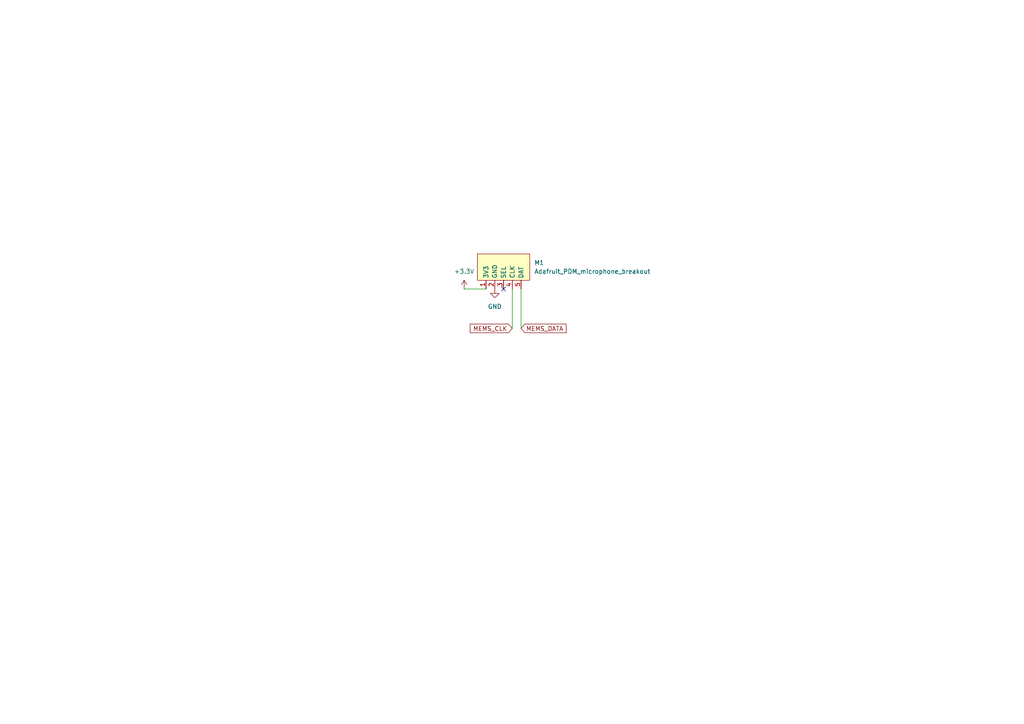
<source format=kicad_sch>
(kicad_sch (version 20250114) (generator "eeschema") (generator_version "9.0")
  (paper "A4")
  (title_block (title "https://github.com/ksoloti/ksoloti-gills") (date "2025-11-19") (rev "v0.6"))
  (lib_symbols
    (symbol "New_Library:Adafruit_PDM_microphone_breakout"
      (property "Reference" "M1" (at 8.89 1.2701 0))
      (property "Value" "Adafruit_PDM_microphone_breakout" (at 8.89 -1.2699 0))
      (symbol "Adafruit_PDM_microphone_breakout_0_1"
        (rectangle (start -7.62 3.81) (end 7.62 -3.81) (fill (type background)))
      )
      (symbol "Adafruit_PDM_microphone_breakout_1_1"
        (pin power_in line (at -5.08 -6.35 90) (length 2.54) (name "3V3") (number "1"))
        (pin power_in line (at -2.54 -6.35 90) (length 2.54) (name "GND") (number "2"))
        (pin passive line (at 0 -6.35 90) (length 2.54) (name "SEL") (number "3"))
        (pin input line (at 2.54 -6.35 90) (length 2.54) (name "CLK") (number "4"))
        (pin bidirectional line (at 5.08 -6.35 90) (length 2.54) (name "DAT") (number "5"))
      )
    )
    (symbol "power:+3.3V" (power) (pin_numbers (hide yes)) (pin_names (offset 0) (hide yes))
      (property "Value" "+3.3V" (at 0 3.556 0))
      (symbol "+3.3V_0_1"
        (polyline (pts (xy -0.762 1.27) (xy 0 2.54)))
        (polyline (pts (xy 0 2.54) (xy 0.762 1.27)))
        (polyline (pts (xy 0 0) (xy 0 2.54)))
      )
      (symbol "+3.3V_1_1"
        (pin power_in line (at 0 0 90) (length 0) (name "~") (number "1"))
      )
    )
    (symbol "power:GND" (power) (pin_numbers (hide yes)) (pin_names (offset 0) (hide yes))
      (property "Value" "GND" (at 0 -3.81 0))
      (symbol "GND_0_1"
        (polyline (pts (xy 0 0) (xy 0 -1.27) (xy 1.27 -1.27) (xy 0 -2.54) (xy -1.27 -1.27) (xy 0 -1.27)))
      )
      (symbol "GND_1_1"
        (pin power_in line (at 0 0 270) (length 0) (name "~") (number "1"))
      )
    )
  )
  (no_connect (at 146.05 83.82))
  (wire (pts (xy 151.13 83.82) (xy 151.13 95.25)))
  (wire (pts (xy 148.59 95.25) (xy 148.59 83.82)))
  (wire (pts (xy 134.62 83.82) (xy 140.97 83.82)))
  (global_label "MEMS_DATA" (shape input) (at 151.13 95.25 0) (property "Intersheetrefs" "${INTERSHEET_REFS}" (effects (hide yes))))
  (global_label "MEMS_CLK" (shape input) (at 148.59 95.25 180) (property "Intersheetrefs" "${INTERSHEET_REFS}" (effects (hide yes))))
  (symbol (lib_id "power:GND") (at 143.51 83.82 0) (unit 1)
    (property "Reference" "#PWR058" (effects (hide yes)))
    (property "Value" "GND" (at 143.51 88.9 0))
    (property "Description" "Power symbol creates a global label with name \"GND\" , ground" (effects (hide yes)))
  )
  (symbol (lib_id "power:+3.3V") (at 134.62 83.82 0) (unit 1)
    (property "Reference" "#PWR057" (effects (hide yes)))
    (property "Value" "+3.3V" (at 134.62 78.74 0))
    (property "Description" "Power symbol creates a global label with name \"+3.3V\"" (effects (hide yes)))
  )
  (symbol (lib_id "New_Library:Adafruit_PDM_microphone_breakout") (at 146.05 77.47 0) (unit 1)
    (property "Reference" "M1" (at 154.94 76.1999 0) (effects (justify left)))
    (property "Value" "Adafruit_PDM_microphone_breakout" (at 154.94 78.7399 0) (effects (justify left)))
    (property "Footprint" "Library:Adafruit PDM microphone breakout" (effects (hide yes)))
  )
)
</source>
